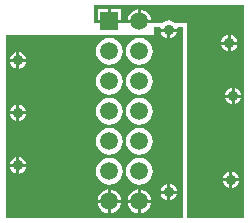
<source format=gbl>
G04*
G04 #@! TF.GenerationSoftware,Altium Limited,Altium Designer,18.1.9 (240)*
G04*
G04 Layer_Physical_Order=2*
G04 Layer_Color=16711680*
%FSLAX25Y25*%
%MOIN*%
G70*
G01*
G75*
%ADD22C,0.05906*%
%ADD23R,0.05906X0.05906*%
%ADD24C,0.03500*%
G36*
X219710Y296500D02*
X220052Y296000D01*
X225468D01*
X225810Y296500D01*
X227500D01*
X227500Y233029D01*
X168529D01*
Y294000D01*
X218000Y294000D01*
Y296500D01*
X219710D01*
D02*
G37*
G36*
X248000Y233000D02*
X229000D01*
Y298000D01*
X224840D01*
X224399Y298339D01*
X223608Y298666D01*
X222760Y298778D01*
X221911Y298666D01*
X221121Y298339D01*
X220679Y298000D01*
X217300D01*
D01*
X213000D01*
X208575D01*
D01*
X206953D01*
D01*
X203000D01*
X198547D01*
D01*
X198000D01*
Y304000D01*
X248000D01*
X248000Y233000D01*
D02*
G37*
%LPC*%
G36*
X225468Y295000D02*
X223260D01*
Y292792D01*
X223478Y292821D01*
X224147Y293098D01*
X224721Y293539D01*
X225162Y294113D01*
X225439Y294782D01*
X225468Y295000D01*
D02*
G37*
G36*
X222260D02*
X220052D01*
X220081Y294782D01*
X220358Y294113D01*
X220798Y293539D01*
X221373Y293098D01*
X222042Y292821D01*
X222260Y292792D01*
Y295000D01*
D02*
G37*
G36*
X173000Y288117D02*
Y285910D01*
X175208D01*
X175179Y286127D01*
X174902Y286796D01*
X174461Y287371D01*
X173887Y287812D01*
X173218Y288089D01*
X173000Y288117D01*
D02*
G37*
G36*
X172000D02*
X171782Y288089D01*
X171113Y287812D01*
X170539Y287371D01*
X170098Y286796D01*
X169821Y286127D01*
X169792Y285910D01*
X172000D01*
Y288117D01*
D02*
G37*
G36*
X213000Y292991D02*
X211838Y292838D01*
X210754Y292389D01*
X209824Y291676D01*
X209110Y290746D01*
X208662Y289662D01*
X208509Y288500D01*
X208662Y287338D01*
X209110Y286254D01*
X209824Y285324D01*
X210754Y284611D01*
X211838Y284162D01*
X213000Y284009D01*
X214162Y284162D01*
X215246Y284611D01*
X216176Y285324D01*
X216890Y286254D01*
X217338Y287338D01*
X217491Y288500D01*
X217338Y289662D01*
X216890Y290746D01*
X216176Y291676D01*
X215246Y292389D01*
X214162Y292838D01*
X213000Y292991D01*
D02*
G37*
G36*
X203000D02*
X201838Y292838D01*
X200754Y292389D01*
X199824Y291676D01*
X199110Y290746D01*
X198662Y289662D01*
X198509Y288500D01*
X198662Y287338D01*
X199110Y286254D01*
X199824Y285324D01*
X200754Y284611D01*
X201838Y284162D01*
X203000Y284009D01*
X204162Y284162D01*
X205246Y284611D01*
X206176Y285324D01*
X206890Y286254D01*
X207338Y287338D01*
X207491Y288500D01*
X207338Y289662D01*
X206890Y290746D01*
X206176Y291676D01*
X205246Y292389D01*
X204162Y292838D01*
X203000Y292991D01*
D02*
G37*
G36*
X175208Y284910D02*
X173000D01*
Y282701D01*
X173218Y282730D01*
X173887Y283007D01*
X174461Y283448D01*
X174902Y284023D01*
X175179Y284692D01*
X175208Y284910D01*
D02*
G37*
G36*
X172000D02*
X169792D01*
X169821Y284692D01*
X170098Y284023D01*
X170539Y283448D01*
X171113Y283007D01*
X171782Y282730D01*
X172000Y282701D01*
Y284910D01*
D02*
G37*
G36*
X213000Y282991D02*
X211838Y282838D01*
X210754Y282389D01*
X209824Y281676D01*
X209110Y280746D01*
X208662Y279662D01*
X208509Y278500D01*
X208662Y277338D01*
X209110Y276254D01*
X209824Y275324D01*
X210754Y274610D01*
X211838Y274162D01*
X213000Y274009D01*
X214162Y274162D01*
X215246Y274610D01*
X216176Y275324D01*
X216890Y276254D01*
X217338Y277338D01*
X217491Y278500D01*
X217338Y279662D01*
X216890Y280746D01*
X216176Y281676D01*
X215246Y282389D01*
X214162Y282838D01*
X213000Y282991D01*
D02*
G37*
G36*
X203000D02*
X201838Y282838D01*
X200754Y282389D01*
X199824Y281676D01*
X199110Y280746D01*
X198662Y279662D01*
X198509Y278500D01*
X198662Y277338D01*
X199110Y276254D01*
X199824Y275324D01*
X200754Y274610D01*
X201838Y274162D01*
X203000Y274009D01*
X204162Y274162D01*
X205246Y274610D01*
X206176Y275324D01*
X206890Y276254D01*
X207338Y277338D01*
X207491Y278500D01*
X207338Y279662D01*
X206890Y280746D01*
X206176Y281676D01*
X205246Y282389D01*
X204162Y282838D01*
X203000Y282991D01*
D02*
G37*
G36*
X173000Y270708D02*
Y268500D01*
X175208D01*
X175179Y268718D01*
X174902Y269387D01*
X174461Y269961D01*
X173887Y270402D01*
X173218Y270679D01*
X173000Y270708D01*
D02*
G37*
G36*
X172000D02*
X171782Y270679D01*
X171113Y270402D01*
X170539Y269961D01*
X170098Y269387D01*
X169821Y268718D01*
X169792Y268500D01*
X172000D01*
Y270708D01*
D02*
G37*
G36*
X175208Y267500D02*
X173000D01*
Y265292D01*
X173218Y265321D01*
X173887Y265598D01*
X174461Y266039D01*
X174902Y266613D01*
X175179Y267282D01*
X175208Y267500D01*
D02*
G37*
G36*
X172000D02*
X169792D01*
X169821Y267282D01*
X170098Y266613D01*
X170539Y266039D01*
X171113Y265598D01*
X171782Y265321D01*
X172000Y265292D01*
Y267500D01*
D02*
G37*
G36*
X213000Y272991D02*
X211838Y272838D01*
X210754Y272390D01*
X209824Y271676D01*
X209110Y270746D01*
X208662Y269662D01*
X208509Y268500D01*
X208662Y267338D01*
X209110Y266254D01*
X209824Y265324D01*
X210754Y264611D01*
X211838Y264162D01*
X213000Y264009D01*
X214162Y264162D01*
X215246Y264611D01*
X216176Y265324D01*
X216890Y266254D01*
X217338Y267338D01*
X217491Y268500D01*
X217338Y269662D01*
X216890Y270746D01*
X216176Y271676D01*
X215246Y272390D01*
X214162Y272838D01*
X213000Y272991D01*
D02*
G37*
G36*
X203000D02*
X201838Y272838D01*
X200754Y272390D01*
X199824Y271676D01*
X199110Y270746D01*
X198662Y269662D01*
X198509Y268500D01*
X198662Y267338D01*
X199110Y266254D01*
X199824Y265324D01*
X200754Y264611D01*
X201838Y264162D01*
X203000Y264009D01*
X204162Y264162D01*
X205246Y264611D01*
X206176Y265324D01*
X206890Y266254D01*
X207338Y267338D01*
X207491Y268500D01*
X207338Y269662D01*
X206890Y270746D01*
X206176Y271676D01*
X205246Y272390D01*
X204162Y272838D01*
X203000Y272991D01*
D02*
G37*
G36*
X213000Y262991D02*
X211838Y262838D01*
X210754Y262389D01*
X209824Y261676D01*
X209110Y260746D01*
X208662Y259662D01*
X208509Y258500D01*
X208662Y257338D01*
X209110Y256254D01*
X209824Y255324D01*
X210754Y254610D01*
X211838Y254162D01*
X213000Y254009D01*
X214162Y254162D01*
X215246Y254610D01*
X216176Y255324D01*
X216890Y256254D01*
X217338Y257338D01*
X217491Y258500D01*
X217338Y259662D01*
X216890Y260746D01*
X216176Y261676D01*
X215246Y262389D01*
X214162Y262838D01*
X213000Y262991D01*
D02*
G37*
G36*
X203000D02*
X201838Y262838D01*
X200754Y262389D01*
X199824Y261676D01*
X199110Y260746D01*
X198662Y259662D01*
X198509Y258500D01*
X198662Y257338D01*
X199110Y256254D01*
X199824Y255324D01*
X200754Y254610D01*
X201838Y254162D01*
X203000Y254009D01*
X204162Y254162D01*
X205246Y254610D01*
X206176Y255324D01*
X206890Y256254D01*
X207338Y257338D01*
X207491Y258500D01*
X207338Y259662D01*
X206890Y260746D01*
X206176Y261676D01*
X205246Y262389D01*
X204162Y262838D01*
X203000Y262991D01*
D02*
G37*
G36*
X173000Y253117D02*
Y250909D01*
X175208D01*
X175179Y251127D01*
X174902Y251796D01*
X174461Y252371D01*
X173887Y252812D01*
X173218Y253089D01*
X173000Y253117D01*
D02*
G37*
G36*
X172000D02*
X171782Y253089D01*
X171113Y252812D01*
X170539Y252371D01*
X170098Y251796D01*
X169821Y251127D01*
X169792Y250909D01*
X172000D01*
Y253117D01*
D02*
G37*
G36*
X175208Y249909D02*
X173000D01*
Y247702D01*
X173218Y247730D01*
X173887Y248007D01*
X174461Y248448D01*
X174902Y249023D01*
X175179Y249692D01*
X175208Y249909D01*
D02*
G37*
G36*
X172000D02*
X169792D01*
X169821Y249692D01*
X170098Y249023D01*
X170539Y248448D01*
X171113Y248007D01*
X171782Y247730D01*
X172000Y247702D01*
Y249909D01*
D02*
G37*
G36*
X213000Y252991D02*
X211838Y252838D01*
X210754Y252390D01*
X209824Y251676D01*
X209110Y250746D01*
X208662Y249662D01*
X208509Y248500D01*
X208662Y247338D01*
X209110Y246254D01*
X209824Y245324D01*
X210754Y244611D01*
X211838Y244162D01*
X213000Y244009D01*
X214162Y244162D01*
X215246Y244611D01*
X216176Y245324D01*
X216890Y246254D01*
X217338Y247338D01*
X217491Y248500D01*
X217338Y249662D01*
X216890Y250746D01*
X216176Y251676D01*
X215246Y252390D01*
X214162Y252838D01*
X213000Y252991D01*
D02*
G37*
G36*
X203000D02*
X201838Y252838D01*
X200754Y252390D01*
X199824Y251676D01*
X199110Y250746D01*
X198662Y249662D01*
X198509Y248500D01*
X198662Y247338D01*
X199110Y246254D01*
X199824Y245324D01*
X200754Y244611D01*
X201838Y244162D01*
X203000Y244009D01*
X204162Y244162D01*
X205246Y244611D01*
X206176Y245324D01*
X206890Y246254D01*
X207338Y247338D01*
X207491Y248500D01*
X207338Y249662D01*
X206890Y250746D01*
X206176Y251676D01*
X205246Y252390D01*
X204162Y252838D01*
X203000Y252991D01*
D02*
G37*
G36*
X223260Y244208D02*
Y242000D01*
X225468D01*
X225439Y242218D01*
X225162Y242887D01*
X224721Y243461D01*
X224147Y243902D01*
X223478Y244179D01*
X223260Y244208D01*
D02*
G37*
G36*
X222260D02*
X222042Y244179D01*
X221373Y243902D01*
X220798Y243461D01*
X220358Y242887D01*
X220081Y242218D01*
X220052Y242000D01*
X222260D01*
Y244208D01*
D02*
G37*
G36*
X213500Y242421D02*
Y239000D01*
X216921D01*
X216851Y239532D01*
X216453Y240493D01*
X215819Y241319D01*
X214993Y241953D01*
X214032Y242351D01*
X213500Y242421D01*
D02*
G37*
G36*
X203500D02*
Y239000D01*
X206921D01*
X206851Y239532D01*
X206453Y240493D01*
X205819Y241319D01*
X204993Y241953D01*
X204032Y242351D01*
X203500Y242421D01*
D02*
G37*
G36*
X212500D02*
X211968Y242351D01*
X211007Y241953D01*
X210181Y241319D01*
X209547Y240493D01*
X209149Y239532D01*
X209079Y239000D01*
X212500D01*
Y242421D01*
D02*
G37*
G36*
X202500D02*
X201968Y242351D01*
X201007Y241953D01*
X200181Y241319D01*
X199547Y240493D01*
X199149Y239532D01*
X199079Y239000D01*
X202500D01*
Y242421D01*
D02*
G37*
G36*
X225468Y241000D02*
X223260D01*
Y238792D01*
X223478Y238821D01*
X224147Y239098D01*
X224721Y239539D01*
X225162Y240113D01*
X225439Y240782D01*
X225468Y241000D01*
D02*
G37*
G36*
X222260D02*
X220052D01*
X220081Y240782D01*
X220358Y240113D01*
X220798Y239539D01*
X221373Y239098D01*
X222042Y238821D01*
X222260Y238792D01*
Y241000D01*
D02*
G37*
G36*
X216921Y238000D02*
X213500D01*
Y234579D01*
X214032Y234649D01*
X214993Y235047D01*
X215819Y235681D01*
X216453Y236507D01*
X216851Y237468D01*
X216921Y238000D01*
D02*
G37*
G36*
X206921D02*
X203500D01*
Y234579D01*
X204032Y234649D01*
X204993Y235047D01*
X205819Y235681D01*
X206453Y236507D01*
X206851Y237468D01*
X206921Y238000D01*
D02*
G37*
G36*
X212500D02*
X209079D01*
X209149Y237468D01*
X209547Y236507D01*
X210181Y235681D01*
X211007Y235047D01*
X211968Y234649D01*
X212500Y234579D01*
Y238000D01*
D02*
G37*
G36*
X202500D02*
X199079D01*
X199149Y237468D01*
X199547Y236507D01*
X200181Y235681D01*
X201007Y235047D01*
X201968Y234649D01*
X202500Y234579D01*
Y238000D01*
D02*
G37*
G36*
X213500Y302421D02*
Y299000D01*
X216921D01*
X216851Y299532D01*
X216453Y300493D01*
X215819Y301319D01*
X214993Y301953D01*
X214032Y302351D01*
X213500Y302421D01*
D02*
G37*
G36*
X206953Y302453D02*
X203500D01*
Y299000D01*
X206953D01*
Y302453D01*
D02*
G37*
G36*
X212500Y302421D02*
X211968Y302351D01*
X211007Y301953D01*
X210181Y301319D01*
X209547Y300493D01*
X209149Y299532D01*
X209079Y299000D01*
X212500D01*
Y302421D01*
D02*
G37*
G36*
X202500Y302453D02*
X199047D01*
Y299000D01*
X202500D01*
Y302453D01*
D02*
G37*
G36*
X243500Y293897D02*
Y291689D01*
X245708D01*
X245679Y291907D01*
X245402Y292576D01*
X244961Y293150D01*
X244387Y293591D01*
X243718Y293868D01*
X243500Y293897D01*
D02*
G37*
G36*
X242500D02*
X242282Y293868D01*
X241613Y293591D01*
X241039Y293150D01*
X240598Y292576D01*
X240321Y291907D01*
X240292Y291689D01*
X242500D01*
Y293897D01*
D02*
G37*
G36*
X245708Y290689D02*
X243500D01*
Y288481D01*
X243718Y288510D01*
X244387Y288787D01*
X244961Y289228D01*
X245402Y289802D01*
X245679Y290471D01*
X245708Y290689D01*
D02*
G37*
G36*
X242500D02*
X240292D01*
X240321Y290471D01*
X240598Y289802D01*
X241039Y289228D01*
X241613Y288787D01*
X242282Y288510D01*
X242500Y288481D01*
Y290689D01*
D02*
G37*
G36*
X244740Y276208D02*
Y274000D01*
X246948D01*
X246919Y274218D01*
X246642Y274887D01*
X246201Y275461D01*
X245627Y275902D01*
X244958Y276179D01*
X244740Y276208D01*
D02*
G37*
G36*
X243740D02*
X243522Y276179D01*
X242853Y275902D01*
X242279Y275461D01*
X241838Y274887D01*
X241561Y274218D01*
X241532Y274000D01*
X243740D01*
Y276208D01*
D02*
G37*
G36*
X246948Y273000D02*
X244740D01*
Y270792D01*
X244958Y270821D01*
X245627Y271098D01*
X246201Y271539D01*
X246642Y272113D01*
X246919Y272782D01*
X246948Y273000D01*
D02*
G37*
G36*
X243740D02*
X241532D01*
X241561Y272782D01*
X241838Y272113D01*
X242279Y271539D01*
X242853Y271098D01*
X243522Y270821D01*
X243740Y270792D01*
Y273000D01*
D02*
G37*
G36*
X244000Y248377D02*
Y246169D01*
X246208D01*
X246179Y246387D01*
X245902Y247056D01*
X245461Y247631D01*
X244887Y248071D01*
X244218Y248348D01*
X244000Y248377D01*
D02*
G37*
G36*
X243000D02*
X242782Y248348D01*
X242113Y248071D01*
X241539Y247631D01*
X241098Y247056D01*
X240821Y246387D01*
X240792Y246169D01*
X243000D01*
Y248377D01*
D02*
G37*
G36*
X246208Y245169D02*
X244000D01*
Y242961D01*
X244218Y242990D01*
X244887Y243267D01*
X245461Y243708D01*
X245902Y244282D01*
X246179Y244951D01*
X246208Y245169D01*
D02*
G37*
G36*
X243000D02*
X240792D01*
X240821Y244951D01*
X241098Y244282D01*
X241539Y243708D01*
X242113Y243267D01*
X242782Y242990D01*
X243000Y242961D01*
Y245169D01*
D02*
G37*
%LPD*%
D22*
X213000Y238500D02*
D03*
X203000D02*
D03*
X213000Y248500D02*
D03*
X203000D02*
D03*
X213000Y258500D02*
D03*
X203000D02*
D03*
X213000Y268500D02*
D03*
X203000D02*
D03*
X213000Y278500D02*
D03*
X203000D02*
D03*
X213000Y288500D02*
D03*
X203000D02*
D03*
X213000Y298500D02*
D03*
D23*
X203000D02*
D03*
D24*
X222760Y241500D02*
D03*
X244240Y273500D02*
D03*
X222760Y295500D02*
D03*
X243000Y291189D02*
D03*
X243500Y245669D02*
D03*
X172500Y285409D02*
D03*
Y268000D02*
D03*
Y250410D02*
D03*
M02*

</source>
